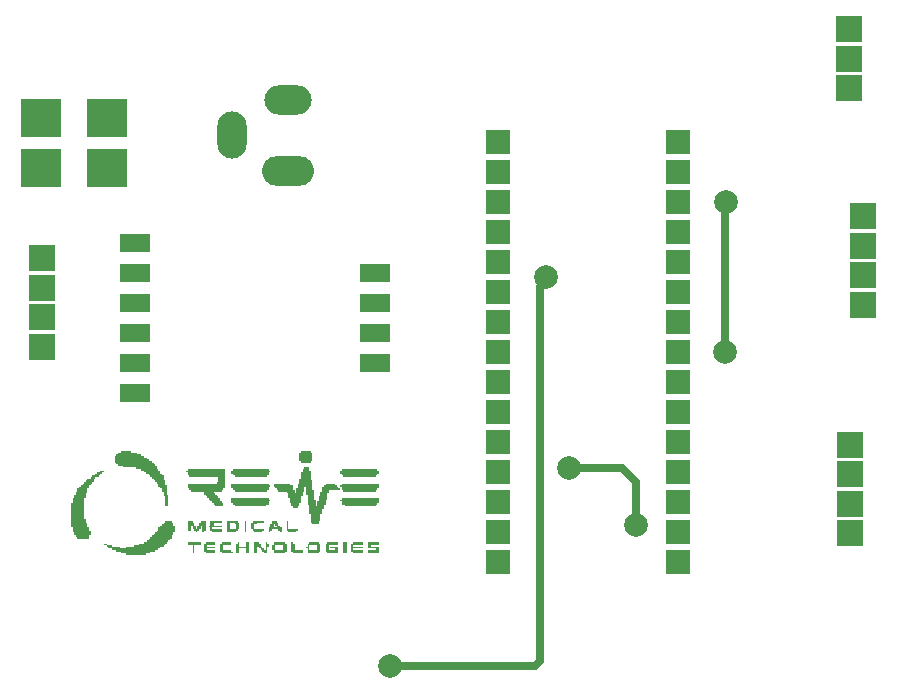
<source format=gbr>
%FSTAX23Y23*%
%MOIN*%
%SFA1B1*%

%IPPOS*%
%ADD10C,0.027559*%
%ADD11R,0.078740X0.078740*%
%ADD12R,0.100000X0.060630*%
%ADD13R,0.086614X0.086614*%
%ADD14O,0.098425X0.157480*%
%ADD15O,0.173228X0.098425*%
%ADD16O,0.157480X0.098425*%
%ADD17R,0.133858X0.125984*%
%ADD18C,0.078740*%
%LNftm_pcb_copper_signal_top-1*%
%LPD*%
G36*
X01281Y01075D02*
X01286D01*
Y01048*
X01281*
Y01042*
X01249*
Y01048*
X01243*
Y01075*
X01249*
Y0108*
X01281*
Y01075*
G37*
G36*
X01502Y01015D02*
X01508D01*
Y01004*
X01502*
Y00999*
X01497*
Y00994*
X01389*
Y00999*
X01384*
Y01004*
X01378*
Y01015*
X01384*
Y01021*
X01502*
Y01015*
G37*
G36*
X01141D02*
X01146D01*
Y0101*
X01141*
Y00999*
X01135*
Y00994*
X01027*
Y00999*
X01022*
Y01004*
X01016*
Y01015*
X01022*
Y01021*
X01141*
Y01015*
G37*
G36*
X01508Y00956D02*
X01502D01*
Y0095*
X01497*
Y00945*
X01389*
Y0095*
X01384*
Y00961*
X01378*
Y00967*
X01384*
Y00972*
X01508*
Y00956*
G37*
G36*
X01141Y00967D02*
X01146D01*
Y00961*
X01141*
Y0095*
X01135*
Y00945*
X01027*
Y0095*
X01022*
Y00956*
X01016*
Y00972*
X01141*
Y00967*
G37*
G36*
X01276Y01015D02*
X01281D01*
Y00983*
X01286*
Y0095*
X01292*
Y00918*
X01297*
Y00896*
X01303*
Y00913*
X01308*
Y00929*
X01313*
Y00945*
X01319*
Y00961*
X01324*
Y00967*
X0133*
Y00972*
X01362*
Y00967*
X01367*
Y00961*
X01373*
Y00956*
X01378*
Y0095*
X0134*
Y0094*
X01335*
Y00918*
X0133*
Y00902*
X01324*
Y00886*
X01319*
Y00869*
X01313*
Y00848*
X01308*
Y00837*
X01286*
Y00842*
X01281*
Y00869*
X01276*
Y00902*
X0127*
Y00934*
X01265*
Y00961*
X01259*
Y00945*
X01254*
Y00929*
X01249*
Y00907*
X01243*
Y00896*
X01238*
Y00891*
X01222*
Y00896*
X01216*
Y00907*
X01211*
Y00923*
X01205*
Y0094*
X012*
Y00945*
X01173*
Y0095*
X01168*
Y00956*
X01162*
Y00961*
X01157*
Y00972*
X01211*
Y00967*
X01222*
Y0095*
X01227*
Y0094*
X01232*
Y00956*
X01238*
Y00972*
X01243*
Y00988*
X01249*
Y0101*
X01254*
Y01021*
X01259*
Y01026*
X01276*
Y01015*
G37*
G36*
X01508Y00907D02*
X01502D01*
Y00902*
X01497*
Y00896*
X01394*
Y00902*
X01384*
Y00913*
X01378*
Y00918*
X01384*
Y00923*
X01508*
Y00907*
G37*
G36*
X01141Y00918D02*
X01146D01*
Y00913*
X01141*
Y00902*
X0113*
Y00896*
X01027*
Y00902*
X01022*
Y00907*
X01016*
Y00923*
X01141*
Y00918*
G37*
G36*
X00995Y00956D02*
X00989D01*
Y0095*
X00984*
Y00945*
X00957*
Y0094*
X00962*
Y00934*
X00968*
Y00929*
X00973*
Y00923*
X00979*
Y00913*
X00984*
Y00907*
X00989*
Y00896*
X00962*
Y00902*
X00957*
Y00907*
X00952*
Y00913*
X00946*
Y00918*
X00941*
Y00923*
X00935*
Y00929*
X0093*
Y00934*
X00925*
Y00945*
X00881*
Y0095*
X00876*
Y00956*
X00871*
Y00972*
X00968*
Y00977*
X00973*
Y00994*
X00876*
Y00999*
X00871*
Y0101*
X00865*
Y01015*
X00871*
Y01021*
X00995*
Y00956*
G37*
G36*
X00682Y01075D02*
X00703D01*
Y01069*
X00714*
Y01064*
X00725*
Y01058*
X00736*
Y01053*
X00741*
Y01048*
X00752*
Y01042*
X00757*
Y01037*
X00763*
Y01031*
X00768*
Y01021*
X00773*
Y01015*
X00779*
Y01004*
X00784*
Y00999*
X0079*
Y00983*
X00795*
Y00967*
X008*
Y00934*
X00806*
Y00896*
X00795*
Y00929*
X0079*
Y00945*
X00784*
Y00956*
X00779*
Y00961*
X00773*
Y00972*
X00768*
Y00977*
X00763*
Y00983*
X00757*
Y00988*
X00752*
Y00994*
X00746*
Y00999*
X00741*
Y01004*
X0073*
Y0101*
X00725*
Y01015*
X00714*
Y01021*
X00698*
Y01026*
X00655*
Y01031*
X00638*
Y01037*
X00633*
Y01042*
X00628*
Y01064*
X00633*
Y01069*
X00638*
Y01075*
X00649*
Y0108*
X00682*
Y01075*
G37*
G36*
X0093Y00815D02*
X00925D01*
Y0081*
X00919*
Y00832*
X00914*
Y00821*
X00908*
Y00815*
X00903*
Y0081*
X00898*
Y00815*
X00892*
Y00821*
X00887*
Y00832*
X00881*
Y00815*
X00871*
Y00848*
X00887*
Y00842*
X00892*
Y00832*
X00898*
Y00821*
X00903*
Y00832*
X00908*
Y00842*
X00914*
Y00848*
X0093*
Y00815*
G37*
G36*
X01205Y00842D02*
Y00821D01*
X01238*
Y00815*
X01232*
Y0081*
X01205*
Y00815*
X012*
Y00848*
X01205*
Y00842*
G37*
G36*
X01168D02*
X01173D01*
Y00832*
X01178*
Y00826*
X01184*
Y0081*
X01178*
Y00815*
X01173*
Y00821*
X01151*
Y00815*
X01146*
Y0081*
X01141*
Y00826*
X01146*
Y00837*
X01151*
Y00848*
X01168*
Y00842*
G37*
G36*
X01124D02*
X01103D01*
Y00837*
X01092*
Y00821*
X01124*
Y00815*
X01119*
Y0081*
X01092*
Y00815*
X01087*
Y00821*
X01081*
Y00842*
X01087*
Y00848*
X01124*
Y00842*
G37*
G36*
X01065Y0081D02*
X0106D01*
Y00815*
Y00848*
X01065*
Y0081*
G37*
G36*
X01038Y00842D02*
X01043D01*
Y00821*
X01038*
Y00815*
X01033*
Y0081*
X01*
Y00848*
X01038*
Y00842*
G37*
G36*
X00984D02*
X00957D01*
Y00832*
X00984*
Y00826*
X00952*
Y00821*
X00984*
Y0081*
X00952*
Y00815*
X00946*
Y00826*
X00941*
Y00832*
X00946*
Y00848*
X00984*
Y00842*
G37*
G36*
X0059Y0101D02*
X00584D01*
Y01004*
X00579*
Y00999*
X00574*
Y00994*
X00563*
Y00988*
X00557*
Y00977*
X00552*
Y00972*
X00547*
Y00967*
X00541*
Y00956*
X00536*
Y0094*
X0053*
Y00923*
X00525*
Y00853*
X0053*
Y00842*
X00536*
Y00826*
X00541*
Y00815*
X00547*
Y00799*
X00541*
Y00788*
X00503*
Y00794*
X00498*
Y00799*
X00493*
Y0081*
X00487*
Y00826*
X00482*
Y00848*
Y00853*
Y00907*
X00487*
Y00923*
X00493*
Y00934*
X00498*
Y00945*
X00503*
Y00956*
X00509*
Y00961*
X00514*
Y00967*
X0052*
Y00972*
X00525*
Y00977*
X0053*
Y00983*
X00536*
Y00988*
X00547*
Y00994*
X00552*
Y00999*
X00563*
Y01004*
X00568*
Y0101*
X00579*
Y01015*
X0059*
Y0101*
G37*
G36*
X01076Y0074D02*
X01065D01*
Y00756*
X01043*
Y0074*
X01033*
Y00772*
X01038*
Y00778*
X01043*
Y00761*
X01065*
Y00767*
Y00772*
Y00778*
X01076*
Y0074*
G37*
G36*
X00817Y00842D02*
X00822D01*
Y00832*
X00827*
Y0081*
X00822*
Y00799*
X00817*
Y00788*
X00811*
Y00783*
X00806*
Y00778*
X008*
Y00772*
X00795*
Y00767*
X0079*
Y00761*
X00779*
Y00756*
X00773*
Y00751*
X00763*
Y00745*
X00746*
Y0074*
X0073*
Y00734*
X00665*
Y0074*
X00649*
Y00745*
X00633*
Y00751*
X00617*
Y00756*
X00606*
Y00761*
X00601*
Y00767*
X0059*
Y00772*
X00601*
Y00767*
X00617*
Y00761*
X00644*
Y00756*
X00665*
Y00761*
X00692*
Y00767*
X00709*
Y00772*
X00725*
Y00778*
X00736*
Y00783*
X00741*
Y00788*
X00746*
Y00794*
X00752*
Y00799*
X00757*
Y00805*
X00763*
Y0081*
X00768*
Y00815*
X00773*
Y00826*
X00779*
Y00832*
X00784*
Y00837*
X0079*
Y00842*
X00795*
Y00848*
X00817*
Y00842*
G37*
G36*
X01135Y00772D02*
X01141D01*
Y00761*
X01135*
Y0074*
X01124*
Y00745*
X01119*
Y00751*
X01114*
Y00756*
X01108*
Y00761*
X01103*
Y0074*
X01092*
Y00778*
X01108*
Y00772*
X01114*
Y00761*
X01119*
Y00756*
X01124*
Y00751*
X0113*
Y00756*
Y00778*
X01135*
Y00772*
G37*
G36*
X01508Y00767D02*
X01481D01*
Y00761*
X01508*
Y0074*
X0147*
Y00751*
X01497*
Y00756*
X0147*
Y00778*
X01508*
Y00767*
G37*
G36*
X01454D02*
X01421D01*
Y00761*
X01454*
Y00756*
X01421*
Y00751*
X01454*
Y0074*
X01421*
Y00745*
X01416*
Y00772*
X01421*
Y00778*
X01454*
Y00767*
G37*
G36*
X014Y00772D02*
Y0074D01*
X01389*
Y00778*
X014*
Y00772*
G37*
G36*
X01373Y00767D02*
X0134D01*
Y00751*
X01362*
Y00756*
X01346*
Y00761*
X01373*
Y0074*
X01335*
Y00745*
X0133*
Y00772*
X01335*
Y00778*
X01373*
Y00767*
G37*
G36*
X01308Y00772D02*
X01313D01*
Y00756*
Y00751*
Y00745*
X01308*
Y0074*
X0127*
Y00756*
X01265*
Y00761*
X0127*
Y00772*
X01276*
Y00778*
X01308*
Y00772*
G37*
G36*
X01222D02*
X01227D01*
Y00751*
X01254*
Y0074*
X01222*
Y00745*
X01216*
Y00778*
X01222*
Y00772*
G37*
G36*
X01195D02*
X012D01*
Y00745*
X01195*
Y0074*
X01157*
Y00745*
Y00751*
X01151*
Y00767*
X01157*
Y00778*
X01195*
Y00772*
G37*
G36*
X01016Y00767D02*
X00989D01*
Y00751*
X01016*
Y00745*
X01022*
Y0074*
X00984*
Y00745*
X00979*
Y00772*
X00984*
Y00778*
X01016*
Y00767*
G37*
G36*
X00962Y00772D02*
Y00767D01*
X00935*
Y00761*
X00962*
Y00756*
X00935*
Y00751*
X00962*
Y0074*
X0093*
Y00745*
X00925*
Y00772*
X0093*
Y00778*
X00962*
Y00772*
G37*
G36*
X00914Y00767D02*
X00892D01*
Y00745*
Y0074*
X00887*
Y00767*
X00871*
Y00778*
X00914*
Y00767*
G37*
%LNftm_pcb_copper_signal_top-2*%
%LPC*%
G36*
X01162Y00837D02*
X01157D01*
Y00826*
X01168*
Y00832*
X01162*
Y00837*
G37*
G36*
X01027Y00842D02*
X01011D01*
Y00821*
X01033*
Y00832*
Y00837*
X01027*
Y00842*
G37*
G36*
X01303Y00767D02*
X01276D01*
Y00751*
X01303*
Y00756*
Y00761*
Y00767*
G37*
G36*
X01189D02*
X01162D01*
Y00751*
X01189*
Y00767*
G37*
%LNftm_pcb_copper_signal_top-3*%
%LPD*%
G54D10*
X02318Y01025D02*
X02365Y00978D01*
Y00835D02*
Y00978D01*
X02065Y01646D02*
Y0166D01*
X02045Y00381D02*
Y01626D01*
X01545Y00365D02*
X02028D01*
X02045Y01626D02*
X02065Y01646D01*
X02028Y00365D02*
X02045Y00381D01*
X02662Y01907D02*
X02665Y0191D01*
X02662Y01412D02*
Y01907D01*
X0266Y0141D02*
X02662Y01412D01*
X0214Y01025D02*
X02318D01*
G54D11*
X02505Y0211D03*
Y0201D03*
Y0191D03*
Y0181D03*
Y0171D03*
Y0161D03*
Y0151D03*
Y0141D03*
Y0131D03*
Y0121D03*
Y0111D03*
Y0101D03*
Y0091D03*
Y0081D03*
Y0071D03*
X01905Y0211D03*
Y0201D03*
Y0191D03*
Y0181D03*
Y0171D03*
Y0161D03*
Y0151D03*
Y0141D03*
Y0131D03*
Y0121D03*
Y0111D03*
Y0101D03*
Y0091D03*
Y0081D03*
Y0071D03*
G54D12*
X01495Y01575D03*
Y01675D03*
Y01475D03*
Y01375D03*
X00695Y01775D03*
Y01275D03*
Y01375D03*
Y01475D03*
Y01575D03*
Y01675D03*
G54D13*
X03079Y00905D03*
Y00807D03*
Y01004D03*
Y01102D03*
X03075Y02486D03*
Y02388D03*
Y0229D03*
X00385Y01526D03*
Y01428D03*
Y01625D03*
Y01723D03*
X0312Y01765D03*
Y01863D03*
Y01666D03*
Y01568D03*
G54D14*
X01019Y02133D03*
G54D15*
X01205Y02015D03*
G54D16*
X01205Y02251D03*
G54D17*
X00383Y02024D03*
X006D03*
X00383Y0219D03*
X006D03*
G54D18*
X02365Y00835D03*
X02065Y0166D03*
X0266Y0141D03*
X0214Y01025D03*
X02665Y0191D03*
X01545Y00365D03*
M02*
</source>
